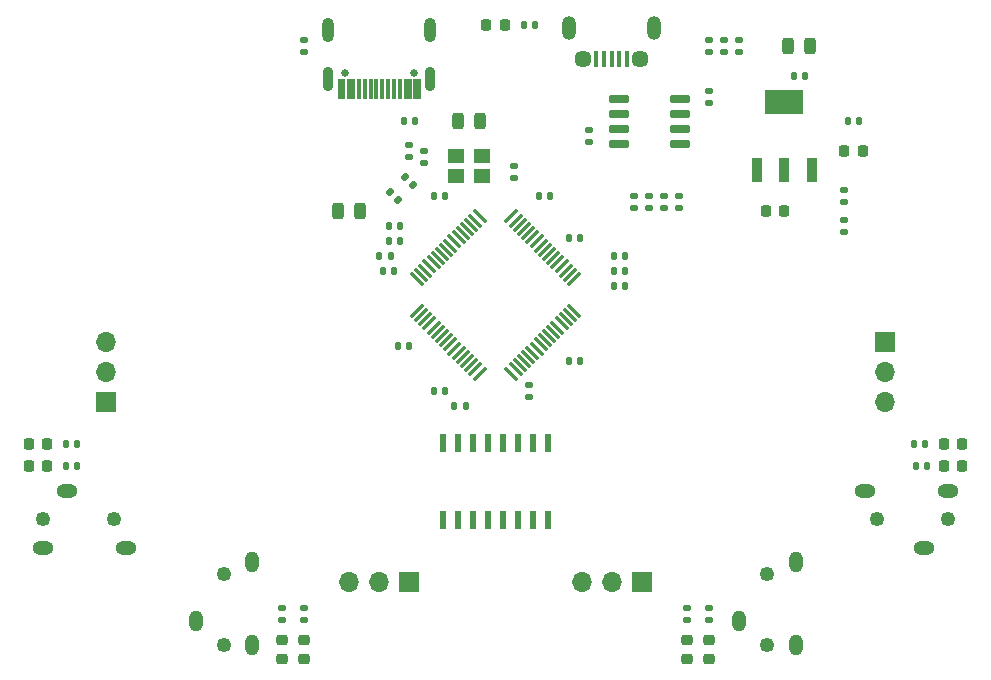
<source format=gts>
G04 #@! TF.GenerationSoftware,KiCad,Pcbnew,6.0.4-6f826c9f35~116~ubuntu20.04.1*
G04 #@! TF.CreationDate,2022-05-15T08:48:41-07:00*
G04 #@! TF.ProjectId,ft4232h-breakout,66743432-3332-4682-9d62-7265616b6f75,rev?*
G04 #@! TF.SameCoordinates,Original*
G04 #@! TF.FileFunction,Soldermask,Top*
G04 #@! TF.FilePolarity,Negative*
%FSLAX46Y46*%
G04 Gerber Fmt 4.6, Leading zero omitted, Abs format (unit mm)*
G04 Created by KiCad (PCBNEW 6.0.4-6f826c9f35~116~ubuntu20.04.1) date 2022-05-15 08:48:41*
%MOMM*%
%LPD*%
G01*
G04 APERTURE LIST*
G04 Aperture macros list*
%AMRoundRect*
0 Rectangle with rounded corners*
0 $1 Rounding radius*
0 $2 $3 $4 $5 $6 $7 $8 $9 X,Y pos of 4 corners*
0 Add a 4 corners polygon primitive as box body*
4,1,4,$2,$3,$4,$5,$6,$7,$8,$9,$2,$3,0*
0 Add four circle primitives for the rounded corners*
1,1,$1+$1,$2,$3*
1,1,$1+$1,$4,$5*
1,1,$1+$1,$6,$7*
1,1,$1+$1,$8,$9*
0 Add four rect primitives between the rounded corners*
20,1,$1+$1,$2,$3,$4,$5,0*
20,1,$1+$1,$4,$5,$6,$7,0*
20,1,$1+$1,$6,$7,$8,$9,0*
20,1,$1+$1,$8,$9,$2,$3,0*%
G04 Aperture macros list end*
%ADD10RoundRect,0.147500X-0.147500X-0.172500X0.147500X-0.172500X0.147500X0.172500X-0.147500X0.172500X0*%
%ADD11R,1.700000X1.700000*%
%ADD12O,1.700000X1.700000*%
%ADD13RoundRect,0.137500X0.137500X-0.662500X0.137500X0.662500X-0.137500X0.662500X-0.137500X-0.662500X0*%
%ADD14R,0.400000X1.350000*%
%ADD15C,1.450000*%
%ADD16O,1.200000X2.000000*%
%ADD17RoundRect,0.147500X-0.172500X0.147500X-0.172500X-0.147500X0.172500X-0.147500X0.172500X0.147500X0*%
%ADD18R,0.950000X2.150000*%
%ADD19R,3.250000X2.150000*%
%ADD20RoundRect,0.147500X0.147500X0.172500X-0.147500X0.172500X-0.147500X-0.172500X0.147500X-0.172500X0*%
%ADD21R,1.400000X1.200000*%
%ADD22RoundRect,0.147500X0.172500X-0.147500X0.172500X0.147500X-0.172500X0.147500X-0.172500X-0.147500X0*%
%ADD23RoundRect,0.243750X0.243750X0.456250X-0.243750X0.456250X-0.243750X-0.456250X0.243750X-0.456250X0*%
%ADD24RoundRect,0.218750X-0.218750X-0.256250X0.218750X-0.256250X0.218750X0.256250X-0.218750X0.256250X0*%
%ADD25RoundRect,0.218750X0.256250X-0.218750X0.256250X0.218750X-0.256250X0.218750X-0.256250X-0.218750X0*%
%ADD26C,1.250000*%
%ADD27O,1.199896X1.799996*%
%ADD28RoundRect,0.218750X0.218750X0.256250X-0.218750X0.256250X-0.218750X-0.256250X0.218750X-0.256250X0*%
%ADD29RoundRect,0.075000X-0.521491X0.415425X0.415425X-0.521491X0.521491X-0.415425X-0.415425X0.521491X0*%
%ADD30RoundRect,0.075000X-0.521491X-0.415425X-0.415425X-0.521491X0.521491X0.415425X0.415425X0.521491X0*%
%ADD31RoundRect,0.147500X0.226274X0.017678X0.017678X0.226274X-0.226274X-0.017678X-0.017678X-0.226274X0*%
%ADD32RoundRect,0.243750X-0.243750X-0.456250X0.243750X-0.456250X0.243750X0.456250X-0.243750X0.456250X0*%
%ADD33RoundRect,0.150000X0.725000X0.150000X-0.725000X0.150000X-0.725000X-0.150000X0.725000X-0.150000X0*%
%ADD34RoundRect,0.147500X-0.226274X-0.017678X-0.017678X-0.226274X0.226274X0.017678X0.017678X0.226274X0*%
%ADD35O,1.799996X1.199896*%
%ADD36C,0.650000*%
%ADD37R,0.300000X1.750000*%
%ADD38O,1.000000X2.100000*%
%ADD39O,0.900000X2.100000*%
G04 APERTURE END LIST*
D10*
X91740000Y-100330000D03*
X92710000Y-100330000D03*
D11*
X92695000Y-120300000D03*
D12*
X90155000Y-120300000D03*
X87615000Y-120300000D03*
D13*
X95555000Y-115010000D03*
X96825000Y-115010000D03*
X98095000Y-115010000D03*
X99365000Y-115010000D03*
X100635000Y-115010000D03*
X101905000Y-115010000D03*
X103175000Y-115010000D03*
X104445000Y-115010000D03*
X104445000Y-108510000D03*
X103175000Y-108510000D03*
X101905000Y-108510000D03*
X100635000Y-108510000D03*
X99365000Y-108510000D03*
X98095000Y-108510000D03*
X96825000Y-108510000D03*
X95555000Y-108510000D03*
D14*
X111130000Y-76020000D03*
X110480000Y-76020000D03*
X109830000Y-76020000D03*
X109180000Y-76020000D03*
X108530000Y-76020000D03*
D15*
X107405000Y-76020000D03*
D16*
X113430000Y-73370000D03*
X106230000Y-73370000D03*
D15*
X112255000Y-76020000D03*
D17*
X115570000Y-87630000D03*
X115570000Y-88600000D03*
D18*
X122160000Y-85450000D03*
X124460000Y-85450000D03*
X126760000Y-85450000D03*
D19*
X124460000Y-79650000D03*
D20*
X104625000Y-87630000D03*
X103655000Y-87630000D03*
D21*
X96690000Y-85940000D03*
X98890000Y-85940000D03*
X98890000Y-84240000D03*
X96690000Y-84240000D03*
D17*
X107950000Y-82065000D03*
X107950000Y-83035000D03*
D22*
X102870000Y-104625000D03*
X102870000Y-103655000D03*
D20*
X64587500Y-108585000D03*
X63617500Y-108585000D03*
D17*
X119380000Y-74445000D03*
X119380000Y-75415000D03*
X116205000Y-122515000D03*
X116205000Y-123485000D03*
D23*
X98727500Y-81280000D03*
X96852500Y-81280000D03*
D17*
X129540000Y-87145000D03*
X129540000Y-88115000D03*
X118110000Y-122515000D03*
X118110000Y-123485000D03*
D24*
X60482500Y-108585000D03*
X62057500Y-108585000D03*
D17*
X118110000Y-74445000D03*
X118110000Y-75415000D03*
D10*
X90470000Y-93980000D03*
X91440000Y-93980000D03*
D24*
X99212500Y-73100000D03*
X100787500Y-73100000D03*
D25*
X116205000Y-126787500D03*
X116205000Y-125212500D03*
D17*
X120650000Y-74445000D03*
X120650000Y-75415000D03*
X129540000Y-89685000D03*
X129540000Y-90655000D03*
D11*
X67000000Y-105080000D03*
D12*
X67000000Y-102540000D03*
X67000000Y-100000000D03*
D26*
X77000000Y-119600000D03*
X77000000Y-125600000D03*
D27*
X74600000Y-123600000D03*
X79400000Y-125600000D03*
X79400000Y-118600000D03*
D10*
X90955000Y-91440000D03*
X91925000Y-91440000D03*
D22*
X111760000Y-88600000D03*
X111760000Y-87630000D03*
X114300000Y-88600000D03*
X114300000Y-87630000D03*
D10*
X110005000Y-93980000D03*
X110975000Y-93980000D03*
D20*
X64587500Y-110490000D03*
X63617500Y-110490000D03*
D22*
X93980000Y-84790000D03*
X93980000Y-83820000D03*
D28*
X139517500Y-110490000D03*
X137942500Y-110490000D03*
D17*
X83820000Y-122515000D03*
X83820000Y-123485000D03*
D22*
X83820000Y-75415000D03*
X83820000Y-74445000D03*
D25*
X118110000Y-126787500D03*
X118110000Y-125212500D03*
D17*
X118110000Y-78740000D03*
X118110000Y-79710000D03*
D26*
X123000000Y-119600000D03*
X123000000Y-125600000D03*
D27*
X120600000Y-123600000D03*
X125400000Y-125600000D03*
X125400000Y-118600000D03*
D10*
X94765000Y-104140000D03*
X95735000Y-104140000D03*
X135412500Y-108585000D03*
X136382500Y-108585000D03*
D20*
X103355000Y-73100000D03*
X102385000Y-73100000D03*
D29*
X98647658Y-89344357D03*
X98294105Y-89697911D03*
X97940551Y-90051464D03*
X97586998Y-90405018D03*
X97233445Y-90758571D03*
X96879891Y-91112124D03*
X96526338Y-91465678D03*
X96172785Y-91819231D03*
X95819231Y-92172785D03*
X95465678Y-92526338D03*
X95112124Y-92879891D03*
X94758571Y-93233445D03*
X94405018Y-93586998D03*
X94051464Y-93940551D03*
X93697911Y-94294105D03*
X93344357Y-94647658D03*
D30*
X93344357Y-97352342D03*
X93697911Y-97705895D03*
X94051464Y-98059449D03*
X94405018Y-98413002D03*
X94758571Y-98766555D03*
X95112124Y-99120109D03*
X95465678Y-99473662D03*
X95819231Y-99827215D03*
X96172785Y-100180769D03*
X96526338Y-100534322D03*
X96879891Y-100887876D03*
X97233445Y-101241429D03*
X97586998Y-101594982D03*
X97940551Y-101948536D03*
X98294105Y-102302089D03*
X98647658Y-102655643D03*
D29*
X101352342Y-102655643D03*
X101705895Y-102302089D03*
X102059449Y-101948536D03*
X102413002Y-101594982D03*
X102766555Y-101241429D03*
X103120109Y-100887876D03*
X103473662Y-100534322D03*
X103827215Y-100180769D03*
X104180769Y-99827215D03*
X104534322Y-99473662D03*
X104887876Y-99120109D03*
X105241429Y-98766555D03*
X105594982Y-98413002D03*
X105948536Y-98059449D03*
X106302089Y-97705895D03*
X106655643Y-97352342D03*
D30*
X106655643Y-94647658D03*
X106302089Y-94294105D03*
X105948536Y-93940551D03*
X105594982Y-93586998D03*
X105241429Y-93233445D03*
X104887876Y-92879891D03*
X104534322Y-92526338D03*
X104180769Y-92172785D03*
X103827215Y-91819231D03*
X103473662Y-91465678D03*
X103120109Y-91112124D03*
X102766555Y-90758571D03*
X102413002Y-90405018D03*
X102059449Y-90051464D03*
X101705895Y-89697911D03*
X101352342Y-89344357D03*
D31*
X91782947Y-87972947D03*
X91097053Y-87287053D03*
D10*
X94765000Y-87630000D03*
X95735000Y-87630000D03*
D11*
X112385000Y-120300000D03*
D12*
X109845000Y-120300000D03*
X107305000Y-120300000D03*
D20*
X130810000Y-81280000D03*
X129840000Y-81280000D03*
X110975000Y-92710000D03*
X110005000Y-92710000D03*
D32*
X124792500Y-74930000D03*
X126667500Y-74930000D03*
D24*
X60482500Y-110490000D03*
X62057500Y-110490000D03*
D20*
X97490000Y-105410000D03*
X96520000Y-105410000D03*
X91925000Y-90170000D03*
X90955000Y-90170000D03*
D25*
X81890000Y-126787500D03*
X81890000Y-125212500D03*
D10*
X90170000Y-92710000D03*
X91140000Y-92710000D03*
D33*
X115605000Y-83185000D03*
X115605000Y-81915000D03*
X115605000Y-80645000D03*
X115605000Y-79375000D03*
X110455000Y-79375000D03*
X110455000Y-80645000D03*
X110455000Y-81915000D03*
X110455000Y-83185000D03*
D25*
X83795000Y-126787500D03*
X83795000Y-125212500D03*
D22*
X92710000Y-84305000D03*
X92710000Y-83335000D03*
D20*
X107188000Y-91186000D03*
X106218000Y-91186000D03*
D10*
X135562500Y-110490000D03*
X136532500Y-110490000D03*
X92225000Y-81280000D03*
X93195000Y-81280000D03*
D20*
X107165000Y-101600000D03*
X106195000Y-101600000D03*
D17*
X101600000Y-85090000D03*
X101600000Y-86060000D03*
D34*
X92367053Y-86017053D03*
X93052947Y-86702947D03*
D26*
X61700000Y-115000000D03*
X67700000Y-115000000D03*
D35*
X63700000Y-112600000D03*
X61700000Y-117400000D03*
X68700000Y-117400000D03*
D36*
X93060000Y-77210000D03*
X87280000Y-77210000D03*
D37*
X93520000Y-78550000D03*
X92720000Y-78550000D03*
X91420000Y-78550000D03*
X90420000Y-78550000D03*
X89920000Y-78550000D03*
X88920000Y-78550000D03*
X87620000Y-78550000D03*
X86820000Y-78550000D03*
X87120000Y-78550000D03*
X87920000Y-78550000D03*
X88420000Y-78550000D03*
X89420000Y-78550000D03*
X90920000Y-78550000D03*
X91920000Y-78550000D03*
X92420000Y-78550000D03*
X93220000Y-78550000D03*
D38*
X85850000Y-73530000D03*
X94490000Y-73530000D03*
D39*
X85850000Y-77710000D03*
X94490000Y-77710000D03*
D20*
X110975000Y-95250000D03*
X110005000Y-95250000D03*
D28*
X124460000Y-88900000D03*
X122885000Y-88900000D03*
D22*
X113030000Y-88600000D03*
X113030000Y-87630000D03*
D17*
X81915000Y-122515000D03*
X81915000Y-123485000D03*
D26*
X132300000Y-115000000D03*
X138300000Y-115000000D03*
D35*
X136300000Y-117400000D03*
X138300000Y-112600000D03*
X131300000Y-112600000D03*
D10*
X125245000Y-77470000D03*
X126215000Y-77470000D03*
D11*
X133000000Y-100000000D03*
D12*
X133000000Y-102540000D03*
X133000000Y-105080000D03*
D24*
X129537500Y-83820000D03*
X131112500Y-83820000D03*
D28*
X139517500Y-108585000D03*
X137942500Y-108585000D03*
D32*
X86692500Y-88900000D03*
X88567500Y-88900000D03*
M02*

</source>
